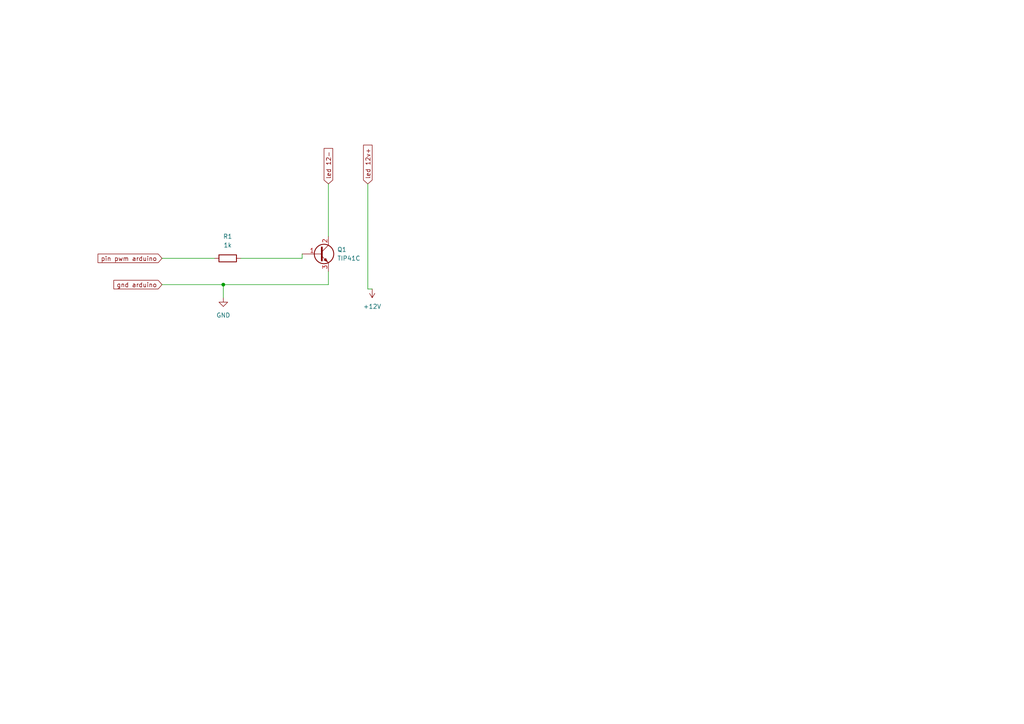
<source format=kicad_sch>
(kicad_sch (version 20230121) (generator eeschema)
  (paper "A4")
  (lib_symbols
    (symbol "Device:R" (pin_numbers hide) (pin_names (offset 0))
      (property "Reference" "R" (at 2.032 0 90))
      (property "Value" "R" (at 0 0 90))
      (symbol "R_0_1"
        (rectangle (start -1.016 -2.54) (end 1.016 2.54) (stroke (width 0.254)))
      )
      (symbol "R_1_1"
        (pin passive line (at 0 3.81 270) (length 1.27) (name "~") (number "1"))
        (pin passive line (at 0 -3.81 90) (length 1.27) (name "~") (number "2"))
      )
    )
    (symbol "Transistor_BJT:TIP41C" (pin_names (offset 0) hide)
      (property "Reference" "Q" (at 6.35 1.905 0))
      (property "Value" "TIP41C" (at 6.35 0 0))
      (symbol "TIP41C_0_1"
        (polyline (pts (xy 0.635 0.635) (xy 2.54 2.54)))
        (polyline (pts (xy 0.635 -0.635) (xy 2.54 -2.54) (xy 2.54 -2.54)))
        (polyline (pts (xy 0.635 1.905) (xy 0.635 -1.905) (xy 0.635 -1.905)) (stroke (width 0.508)))
        (polyline (pts (xy 1.27 -1.778) (xy 1.778 -1.27) (xy 2.286 -2.286) (xy 1.27 -1.778) (xy 1.27 -1.778)) (fill (type outline)))
        (circle (center 1.27 0) (radius 2.8194) (stroke (width 0.254)))
      )
      (symbol "TIP41C_1_1"
        (pin input line (at -5.08 0 0) (length 5.715) (name "B") (number "1"))
        (pin passive line (at 2.54 5.08 270) (length 2.54) (name "C") (number "2"))
        (pin passive line (at 2.54 -5.08 90) (length 2.54) (name "E") (number "3"))
      )
    )
    (symbol "power:+12V" (power) (pin_names (offset 0))
      (property "Value" "+12V" (at 0 3.556 0))
      (symbol "+12V_0_1"
        (polyline (pts (xy -0.762 1.27) (xy 0 2.54)))
        (polyline (pts (xy 0 0) (xy 0 2.54)))
        (polyline (pts (xy 0 2.54) (xy 0.762 1.27)))
      )
      (symbol "+12V_1_1"
        (pin power_in line (at 0 0 90) (length 0) hide (name "+12V") (number "1"))
      )
    )
    (symbol "power:GND" (power) (pin_names (offset 0))
      (property "Value" "GND" (at 0 -3.81 0))
      (symbol "GND_0_1"
        (polyline (pts (xy 0 0) (xy 0 -1.27) (xy 1.27 -1.27) (xy 0 -2.54) (xy -1.27 -1.27) (xy 0 -1.27)))
      )
      (symbol "GND_1_1"
        (pin power_in line (at 0 0 270) (length 0) hide (name "GND") (number "1"))
      )
    )
  )
  (junction (at 64.77 82.55))
  (wire (pts (xy 95.25 82.55) (xy 64.77 82.55)))
  (wire (pts (xy 95.25 53.34) (xy 95.25 68.58)))
  (wire (pts (xy 87.63 74.93) (xy 87.63 73.66)))
  (wire (pts (xy 106.68 53.34) (xy 106.68 83.82)))
  (wire (pts (xy 106.68 83.82) (xy 107.95 83.82)))
  (wire (pts (xy 64.77 86.36) (xy 64.77 82.55)))
  (wire (pts (xy 69.85 74.93) (xy 87.63 74.93)))
  (wire (pts (xy 95.25 78.74) (xy 95.25 82.55)))
  (wire (pts (xy 46.99 74.93) (xy 62.23 74.93)))
  (wire (pts (xy 46.99 82.55) (xy 64.77 82.55)))
  (global_label "led 12-" (shape input) (at 95.25 53.34 90) (property "Intersheetrefs" "${INTERSHEET_REFS}" (effects hide)))
  (global_label "gnd arduino" (shape input) (at 46.99 82.55 180) (property "Intersheetrefs" "${INTERSHEET_REFS}" (effects hide)))
  (global_label "pin pwm arduino" (shape input) (at 46.99 74.93 180) (property "Intersheetrefs" "${INTERSHEET_REFS}" (effects hide)))
  (global_label "led 12v+" (shape input) (at 106.68 53.34 90) (property "Intersheetrefs" "${INTERSHEET_REFS}" (effects hide)))
  (symbol (lib_id "power:GND") (at 64.77 86.36 0) (unit 1)
    (property "Reference" "#PWR03" (effects hide))
    (property "Value" "GND" (at 64.77 91.44 0))
  )
  (symbol (lib_id "power:+12V") (at 107.95 83.82 180) (unit 1)
    (property "Reference" "#PWR04" (effects hide))
    (property "Value" "+12V" (at 107.95 88.9 0))
  )
  (symbol (lib_id "Device:R") (at 66.04 74.93 90) (unit 1)
    (property "Reference" "R1" (at 66.04 68.58 90))
    (property "Value" "1k" (at 66.04 71.12 90))
  )
  (symbol (lib_id "Transistor_BJT:TIP41C") (at 92.71 73.66 0) (unit 1)
    (property "Reference" "Q1" (at 97.79 72.39 0) (effects (justify left)))
    (property "Value" "TIP41C" (at 97.79 74.93 0) (effects (justify left)))
    (property "Footprint" "Package_TO_SOT_THT:TO-220-3_Vertical" (effects hide))
    (property "Datasheet" "https://www.centralsemi.com/get_document.php?cmp=1&mergetype=pd&mergepath=pd&pdf_id=tip41.PDF" (effects hide))
  )
)
</source>
